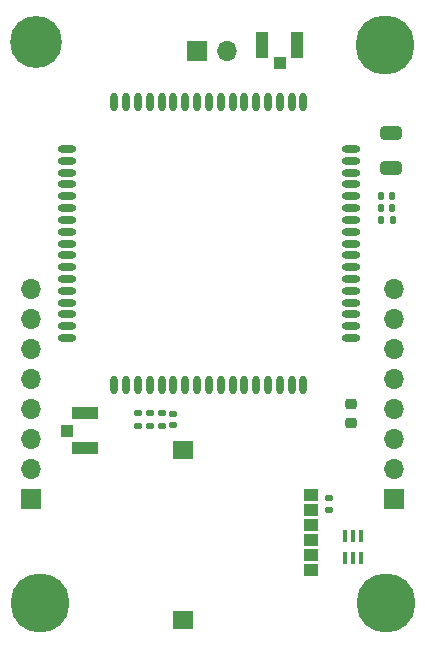
<source format=gbr>
%TF.GenerationSoftware,KiCad,Pcbnew,(6.0.8)*%
%TF.CreationDate,2022-12-02T21:09:01+01:00*%
%TF.ProjectId,mcudev,6d637564-6576-42e6-9b69-6361645f7063,rev?*%
%TF.SameCoordinates,Original*%
%TF.FileFunction,Soldermask,Bot*%
%TF.FilePolarity,Negative*%
%FSLAX46Y46*%
G04 Gerber Fmt 4.6, Leading zero omitted, Abs format (unit mm)*
G04 Created by KiCad (PCBNEW (6.0.8)) date 2022-12-02 21:09:01*
%MOMM*%
%LPD*%
G01*
G04 APERTURE LIST*
G04 Aperture macros list*
%AMRoundRect*
0 Rectangle with rounded corners*
0 $1 Rounding radius*
0 $2 $3 $4 $5 $6 $7 $8 $9 X,Y pos of 4 corners*
0 Add a 4 corners polygon primitive as box body*
4,1,4,$2,$3,$4,$5,$6,$7,$8,$9,$2,$3,0*
0 Add four circle primitives for the rounded corners*
1,1,$1+$1,$2,$3*
1,1,$1+$1,$4,$5*
1,1,$1+$1,$6,$7*
1,1,$1+$1,$8,$9*
0 Add four rect primitives between the rounded corners*
20,1,$1+$1,$2,$3,$4,$5,0*
20,1,$1+$1,$4,$5,$6,$7,0*
20,1,$1+$1,$6,$7,$8,$9,0*
20,1,$1+$1,$8,$9,$2,$3,0*%
G04 Aperture macros list end*
%ADD10C,4.400000*%
%ADD11C,0.700000*%
%ADD12C,0.800000*%
%ADD13C,5.000000*%
%ADD14R,1.700000X1.700000*%
%ADD15O,1.700000X1.700000*%
%ADD16RoundRect,0.140000X-0.140000X-0.170000X0.140000X-0.170000X0.140000X0.170000X-0.140000X0.170000X0*%
%ADD17R,1.050000X1.000000*%
%ADD18R,2.200000X1.050000*%
%ADD19O,1.600000X0.600000*%
%ADD20O,0.600000X1.600000*%
%ADD21RoundRect,0.225000X-0.250000X0.225000X-0.250000X-0.225000X0.250000X-0.225000X0.250000X0.225000X0*%
%ADD22RoundRect,0.140000X-0.170000X0.140000X-0.170000X-0.140000X0.170000X-0.140000X0.170000X0.140000X0*%
%ADD23RoundRect,0.039000X0.156000X-0.491000X0.156000X0.491000X-0.156000X0.491000X-0.156000X-0.491000X0*%
%ADD24R,1.700000X1.500000*%
%ADD25R,1.200000X1.000000*%
%ADD26RoundRect,0.135000X-0.185000X0.135000X-0.185000X-0.135000X0.185000X-0.135000X0.185000X0.135000X0*%
%ADD27R,1.000000X1.050000*%
%ADD28R,1.050000X2.200000*%
%ADD29RoundRect,0.135000X-0.135000X-0.185000X0.135000X-0.185000X0.135000X0.185000X-0.135000X0.185000X0*%
%ADD30RoundRect,0.250000X0.650000X-0.325000X0.650000X0.325000X-0.650000X0.325000X-0.650000X-0.325000X0*%
G04 APERTURE END LIST*
D10*
%TO.C,H3*%
X125600000Y-56600000D03*
D11*
X123950000Y-56600000D03*
X127250000Y-56600000D03*
X124433274Y-55433274D03*
X125600000Y-58250000D03*
X126766726Y-57766726D03*
X126766726Y-55433274D03*
X125600000Y-54950000D03*
X124433274Y-57766726D03*
%TD*%
D12*
%TO.C,H2*%
X156485825Y-102814175D03*
X155160000Y-106015000D03*
X157035000Y-104140000D03*
X153834175Y-102814175D03*
X156485825Y-105465825D03*
X153285000Y-104140000D03*
X155160000Y-102265000D03*
D13*
X155160000Y-104140000D03*
D12*
X153834175Y-105465825D03*
%TD*%
D14*
%TO.C,J1*%
X155900000Y-95300000D03*
D15*
X155900000Y-92760000D03*
X155900000Y-90220000D03*
X155900000Y-87680000D03*
X155900000Y-85140000D03*
X155900000Y-82600000D03*
X155900000Y-80060000D03*
X155900000Y-77520000D03*
%TD*%
D12*
%TO.C,H1*%
X125870000Y-102245000D03*
X125870000Y-105995000D03*
X127195825Y-102794175D03*
X127195825Y-105445825D03*
X124544175Y-105445825D03*
X124544175Y-102794175D03*
X123995000Y-104120000D03*
D13*
X125870000Y-104120000D03*
D12*
X127745000Y-104120000D03*
%TD*%
D14*
%TO.C,J2*%
X125100000Y-95300000D03*
D15*
X125100000Y-92760000D03*
X125100000Y-90220000D03*
X125100000Y-87680000D03*
X125100000Y-85140000D03*
X125100000Y-82600000D03*
X125100000Y-80060000D03*
X125100000Y-77520000D03*
%TD*%
D12*
%TO.C,H4*%
X156475825Y-55574175D03*
X155150000Y-58775000D03*
X153824175Y-55574175D03*
X153275000Y-56900000D03*
D13*
X155150000Y-56900000D03*
D12*
X157025000Y-56900000D03*
X153824175Y-58225825D03*
X155150000Y-55025000D03*
X156475825Y-58225825D03*
%TD*%
D14*
%TO.C,J4*%
X139217893Y-57400000D03*
D15*
X141757893Y-57400000D03*
%TD*%
D16*
%TO.C,U21*%
X154780000Y-69700000D03*
X155740000Y-69700000D03*
%TD*%
D17*
%TO.C,GPS1*%
X128212500Y-89537500D03*
D18*
X129737500Y-91012500D03*
X129737500Y-88062500D03*
%TD*%
D19*
%TO.C,U16*%
X152200000Y-65700000D03*
X152200000Y-66700000D03*
X152200000Y-67700000D03*
X152200000Y-68700000D03*
X152200000Y-69700000D03*
X152200000Y-70700000D03*
X152200000Y-71700000D03*
X152200000Y-72700000D03*
X152200000Y-73700000D03*
X152200000Y-74700000D03*
X152200000Y-75700000D03*
X152200000Y-76700000D03*
X152200000Y-77700000D03*
X152200000Y-78700000D03*
X152200000Y-79700000D03*
X152200000Y-80700000D03*
X152200000Y-81700000D03*
D20*
X148200000Y-85700000D03*
X147200000Y-85700000D03*
X146200000Y-85700000D03*
X145200000Y-85700000D03*
X144200000Y-85700000D03*
X143200000Y-85700000D03*
X142200000Y-85700000D03*
X141200000Y-85700000D03*
X140200000Y-85700000D03*
X139200000Y-85700000D03*
X138200000Y-85700000D03*
X137200000Y-85700000D03*
X136200000Y-85700000D03*
X135200000Y-85700000D03*
X134200000Y-85700000D03*
X133200000Y-85700000D03*
X132200000Y-85700000D03*
D19*
X128200000Y-81700000D03*
X128200000Y-80700000D03*
X128200000Y-79700000D03*
X128200000Y-78700000D03*
X128200000Y-77700000D03*
X128200000Y-76700000D03*
X128200000Y-75700000D03*
X128200000Y-74700000D03*
X128200000Y-73700000D03*
X128200000Y-72700000D03*
X128200000Y-71700000D03*
X128200000Y-70700000D03*
X128200000Y-69700000D03*
X128200000Y-68700000D03*
X128200000Y-67700000D03*
X128200000Y-66700000D03*
X128200000Y-65700000D03*
D20*
X132200000Y-61700000D03*
X133200000Y-61700000D03*
X134200000Y-61700000D03*
X135200000Y-61700000D03*
X136200000Y-61700000D03*
X137200000Y-61700000D03*
X138200000Y-61700000D03*
X139200000Y-61700000D03*
X140200000Y-61700000D03*
X141200000Y-61700000D03*
X142200000Y-61700000D03*
X143200000Y-61700000D03*
X144200000Y-61700000D03*
X145200000Y-61700000D03*
X146200000Y-61700000D03*
X147200000Y-61700000D03*
X148200000Y-61700000D03*
%TD*%
D21*
%TO.C,U17*%
X152200000Y-87325000D03*
X152200000Y-88875000D03*
%TD*%
D22*
%TO.C,U19*%
X137147500Y-88110000D03*
X137147500Y-89070000D03*
%TD*%
D23*
%TO.C,U23*%
X153050000Y-100331000D03*
X152400000Y-100331000D03*
X151750000Y-100331000D03*
X151750000Y-98461000D03*
X152400000Y-98461000D03*
X153050000Y-98461000D03*
%TD*%
D24*
%TO.C,P1*%
X137976500Y-105600000D03*
X137976500Y-91200000D03*
D25*
X148826500Y-96221000D03*
X148826500Y-98761000D03*
X148826500Y-101301000D03*
X148826500Y-94951000D03*
X148826500Y-97491000D03*
X148826500Y-100031000D03*
%TD*%
D16*
%TO.C,U22*%
X154780000Y-70700000D03*
X155740000Y-70700000D03*
%TD*%
D26*
%TO.C,R5*%
X135200000Y-88090000D03*
X135200000Y-89110000D03*
%TD*%
D22*
%TO.C,U18*%
X150400000Y-95261000D03*
X150400000Y-96221000D03*
%TD*%
D27*
%TO.C,GSM1*%
X146200000Y-58387500D03*
D28*
X147675000Y-56862500D03*
X144725000Y-56862500D03*
%TD*%
D29*
%TO.C,R13*%
X154770000Y-71700000D03*
X155790000Y-71700000D03*
%TD*%
D30*
%TO.C,U20*%
X155580000Y-67325000D03*
X155580000Y-64375000D03*
%TD*%
D26*
%TO.C,R12*%
X136200000Y-88090000D03*
X136200000Y-89110000D03*
%TD*%
%TO.C,R4*%
X134200000Y-88090000D03*
X134200000Y-89110000D03*
%TD*%
M02*

</source>
